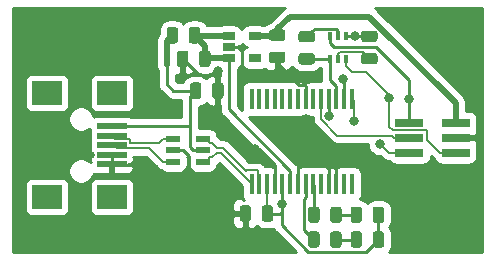
<source format=gbr>
G04 #@! TF.GenerationSoftware,KiCad,Pcbnew,(5.1.6)-1*
G04 #@! TF.CreationDate,2020-08-17T23:15:29+02:00*
G04 #@! TF.ProjectId,Programmer,50726f67-7261-46d6-9d65-722e6b696361,rev?*
G04 #@! TF.SameCoordinates,Original*
G04 #@! TF.FileFunction,Copper,L1,Top*
G04 #@! TF.FilePolarity,Positive*
%FSLAX46Y46*%
G04 Gerber Fmt 4.6, Leading zero omitted, Abs format (unit mm)*
G04 Created by KiCad (PCBNEW (5.1.6)-1) date 2020-08-17 23:15:29*
%MOMM*%
%LPD*%
G01*
G04 APERTURE LIST*
G04 #@! TA.AperFunction,SMDPad,CuDef*
%ADD10R,1.150000X0.600000*%
G04 #@! TD*
G04 #@! TA.AperFunction,SMDPad,CuDef*
%ADD11R,2.500000X0.500000*%
G04 #@! TD*
G04 #@! TA.AperFunction,SMDPad,CuDef*
%ADD12R,2.500000X2.000000*%
G04 #@! TD*
G04 #@! TA.AperFunction,SMDPad,CuDef*
%ADD13R,0.450000X1.750000*%
G04 #@! TD*
G04 #@! TA.AperFunction,SMDPad,CuDef*
%ADD14R,1.060000X0.650000*%
G04 #@! TD*
G04 #@! TA.AperFunction,SMDPad,CuDef*
%ADD15R,0.400000X0.650000*%
G04 #@! TD*
G04 #@! TA.AperFunction,SMDPad,CuDef*
%ADD16R,2.400000X0.740000*%
G04 #@! TD*
G04 #@! TA.AperFunction,ViaPad*
%ADD17C,0.800000*%
G04 #@! TD*
G04 #@! TA.AperFunction,Conductor*
%ADD18C,0.250000*%
G04 #@! TD*
G04 #@! TA.AperFunction,Conductor*
%ADD19C,0.500000*%
G04 #@! TD*
G04 #@! TA.AperFunction,Conductor*
%ADD20C,0.127000*%
G04 #@! TD*
G04 #@! TA.AperFunction,Conductor*
%ADD21C,0.200000*%
G04 #@! TD*
G04 #@! TA.AperFunction,Conductor*
%ADD22C,0.254000*%
G04 #@! TD*
G04 APERTURE END LIST*
D10*
X121700000Y-78800000D03*
X121700000Y-79750000D03*
X121700000Y-80700000D03*
X119200000Y-80700000D03*
X119200000Y-79750000D03*
X119200000Y-78800000D03*
D11*
X114000000Y-80900000D03*
X114000000Y-80100000D03*
X114000000Y-79300000D03*
X114000000Y-78500000D03*
X114000000Y-77700000D03*
D12*
X114000000Y-83700000D03*
X114000000Y-74900000D03*
X108500000Y-83700000D03*
X108500000Y-74900000D03*
G04 #@! TA.AperFunction,SMDPad,CuDef*
G36*
G01*
X132487500Y-85656250D02*
X132487500Y-84743750D01*
G75*
G02*
X132731250Y-84500000I243750J0D01*
G01*
X133218750Y-84500000D01*
G75*
G02*
X133462500Y-84743750I0J-243750D01*
G01*
X133462500Y-85656250D01*
G75*
G02*
X133218750Y-85900000I-243750J0D01*
G01*
X132731250Y-85900000D01*
G75*
G02*
X132487500Y-85656250I0J243750D01*
G01*
G37*
G04 #@! TD.AperFunction*
G04 #@! TA.AperFunction,SMDPad,CuDef*
G36*
G01*
X130612500Y-85656250D02*
X130612500Y-84743750D01*
G75*
G02*
X130856250Y-84500000I243750J0D01*
G01*
X131343750Y-84500000D01*
G75*
G02*
X131587500Y-84743750I0J-243750D01*
G01*
X131587500Y-85656250D01*
G75*
G02*
X131343750Y-85900000I-243750J0D01*
G01*
X130856250Y-85900000D01*
G75*
G02*
X130612500Y-85656250I0J243750D01*
G01*
G37*
G04 #@! TD.AperFunction*
G04 #@! TA.AperFunction,SMDPad,CuDef*
G36*
G01*
X136087500Y-85656250D02*
X136087500Y-84743750D01*
G75*
G02*
X136331250Y-84500000I243750J0D01*
G01*
X136818750Y-84500000D01*
G75*
G02*
X137062500Y-84743750I0J-243750D01*
G01*
X137062500Y-85656250D01*
G75*
G02*
X136818750Y-85900000I-243750J0D01*
G01*
X136331250Y-85900000D01*
G75*
G02*
X136087500Y-85656250I0J243750D01*
G01*
G37*
G04 #@! TD.AperFunction*
G04 #@! TA.AperFunction,SMDPad,CuDef*
G36*
G01*
X134212500Y-85656250D02*
X134212500Y-84743750D01*
G75*
G02*
X134456250Y-84500000I243750J0D01*
G01*
X134943750Y-84500000D01*
G75*
G02*
X135187500Y-84743750I0J-243750D01*
G01*
X135187500Y-85656250D01*
G75*
G02*
X134943750Y-85900000I-243750J0D01*
G01*
X134456250Y-85900000D01*
G75*
G02*
X134212500Y-85656250I0J243750D01*
G01*
G37*
G04 #@! TD.AperFunction*
G04 #@! TA.AperFunction,SMDPad,CuDef*
G36*
G01*
X136087500Y-87756250D02*
X136087500Y-86843750D01*
G75*
G02*
X136331250Y-86600000I243750J0D01*
G01*
X136818750Y-86600000D01*
G75*
G02*
X137062500Y-86843750I0J-243750D01*
G01*
X137062500Y-87756250D01*
G75*
G02*
X136818750Y-88000000I-243750J0D01*
G01*
X136331250Y-88000000D01*
G75*
G02*
X136087500Y-87756250I0J243750D01*
G01*
G37*
G04 #@! TD.AperFunction*
G04 #@! TA.AperFunction,SMDPad,CuDef*
G36*
G01*
X134212500Y-87756250D02*
X134212500Y-86843750D01*
G75*
G02*
X134456250Y-86600000I243750J0D01*
G01*
X134943750Y-86600000D01*
G75*
G02*
X135187500Y-86843750I0J-243750D01*
G01*
X135187500Y-87756250D01*
G75*
G02*
X134943750Y-88000000I-243750J0D01*
G01*
X134456250Y-88000000D01*
G75*
G02*
X134212500Y-87756250I0J243750D01*
G01*
G37*
G04 #@! TD.AperFunction*
G04 #@! TA.AperFunction,SMDPad,CuDef*
G36*
G01*
X132487500Y-87756250D02*
X132487500Y-86843750D01*
G75*
G02*
X132731250Y-86600000I243750J0D01*
G01*
X133218750Y-86600000D01*
G75*
G02*
X133462500Y-86843750I0J-243750D01*
G01*
X133462500Y-87756250D01*
G75*
G02*
X133218750Y-88000000I-243750J0D01*
G01*
X132731250Y-88000000D01*
G75*
G02*
X132487500Y-87756250I0J243750D01*
G01*
G37*
G04 #@! TD.AperFunction*
G04 #@! TA.AperFunction,SMDPad,CuDef*
G36*
G01*
X130612500Y-87756250D02*
X130612500Y-86843750D01*
G75*
G02*
X130856250Y-86600000I243750J0D01*
G01*
X131343750Y-86600000D01*
G75*
G02*
X131587500Y-86843750I0J-243750D01*
G01*
X131587500Y-87756250D01*
G75*
G02*
X131343750Y-88000000I-243750J0D01*
G01*
X130856250Y-88000000D01*
G75*
G02*
X130612500Y-87756250I0J243750D01*
G01*
G37*
G04 #@! TD.AperFunction*
D13*
X134300000Y-82600000D03*
X133650000Y-82600000D03*
X133000000Y-82600000D03*
X132350000Y-82600000D03*
X131700000Y-82600000D03*
X131050000Y-82600000D03*
X130400000Y-82600000D03*
X129750000Y-82600000D03*
X129100000Y-82600000D03*
X128450000Y-82600000D03*
X127800000Y-82600000D03*
X127150000Y-82600000D03*
X126500000Y-82600000D03*
X125850000Y-82600000D03*
X125850000Y-75400000D03*
X126500000Y-75400000D03*
X127150000Y-75400000D03*
X127800000Y-75400000D03*
X128450000Y-75400000D03*
X129100000Y-75400000D03*
X129750000Y-75400000D03*
X130400000Y-75400000D03*
X131050000Y-75400000D03*
X131700000Y-75400000D03*
X132350000Y-75400000D03*
X133000000Y-75400000D03*
X133650000Y-75400000D03*
X134300000Y-75400000D03*
D14*
X126100000Y-70050000D03*
X126100000Y-71950000D03*
X123900000Y-71950000D03*
X123900000Y-71000000D03*
X123900000Y-70050000D03*
G04 #@! TA.AperFunction,SMDPad,CuDef*
G36*
G01*
X130043750Y-71512500D02*
X130956250Y-71512500D01*
G75*
G02*
X131200000Y-71756250I0J-243750D01*
G01*
X131200000Y-72243750D01*
G75*
G02*
X130956250Y-72487500I-243750J0D01*
G01*
X130043750Y-72487500D01*
G75*
G02*
X129800000Y-72243750I0J243750D01*
G01*
X129800000Y-71756250D01*
G75*
G02*
X130043750Y-71512500I243750J0D01*
G01*
G37*
G04 #@! TD.AperFunction*
G04 #@! TA.AperFunction,SMDPad,CuDef*
G36*
G01*
X130043750Y-69637500D02*
X130956250Y-69637500D01*
G75*
G02*
X131200000Y-69881250I0J-243750D01*
G01*
X131200000Y-70368750D01*
G75*
G02*
X130956250Y-70612500I-243750J0D01*
G01*
X130043750Y-70612500D01*
G75*
G02*
X129800000Y-70368750I0J243750D01*
G01*
X129800000Y-69881250D01*
G75*
G02*
X130043750Y-69637500I243750J0D01*
G01*
G37*
G04 #@! TD.AperFunction*
G04 #@! TA.AperFunction,SMDPad,CuDef*
G36*
G01*
X136256250Y-70587500D02*
X135343750Y-70587500D01*
G75*
G02*
X135100000Y-70343750I0J243750D01*
G01*
X135100000Y-69856250D01*
G75*
G02*
X135343750Y-69612500I243750J0D01*
G01*
X136256250Y-69612500D01*
G75*
G02*
X136500000Y-69856250I0J-243750D01*
G01*
X136500000Y-70343750D01*
G75*
G02*
X136256250Y-70587500I-243750J0D01*
G01*
G37*
G04 #@! TD.AperFunction*
G04 #@! TA.AperFunction,SMDPad,CuDef*
G36*
G01*
X136256250Y-72462500D02*
X135343750Y-72462500D01*
G75*
G02*
X135100000Y-72218750I0J243750D01*
G01*
X135100000Y-71731250D01*
G75*
G02*
X135343750Y-71487500I243750J0D01*
G01*
X136256250Y-71487500D01*
G75*
G02*
X136500000Y-71731250I0J-243750D01*
G01*
X136500000Y-72218750D01*
G75*
G02*
X136256250Y-72462500I-243750J0D01*
G01*
G37*
G04 #@! TD.AperFunction*
D15*
X132500000Y-70100000D03*
X133800000Y-70100000D03*
X133150000Y-72000000D03*
X133150000Y-70100000D03*
X133800000Y-72000000D03*
X132500000Y-72000000D03*
D16*
X143100000Y-79940000D03*
X139200000Y-79940000D03*
X143100000Y-78670000D03*
X139200000Y-78670000D03*
X143100000Y-77400000D03*
X139200000Y-77400000D03*
G04 #@! TA.AperFunction,SMDPad,CuDef*
G36*
G01*
X119612500Y-69543750D02*
X119612500Y-70456250D01*
G75*
G02*
X119368750Y-70700000I-243750J0D01*
G01*
X118881250Y-70700000D01*
G75*
G02*
X118637500Y-70456250I0J243750D01*
G01*
X118637500Y-69543750D01*
G75*
G02*
X118881250Y-69300000I243750J0D01*
G01*
X119368750Y-69300000D01*
G75*
G02*
X119612500Y-69543750I0J-243750D01*
G01*
G37*
G04 #@! TD.AperFunction*
G04 #@! TA.AperFunction,SMDPad,CuDef*
G36*
G01*
X121487500Y-69543750D02*
X121487500Y-70456250D01*
G75*
G02*
X121243750Y-70700000I-243750J0D01*
G01*
X120756250Y-70700000D01*
G75*
G02*
X120512500Y-70456250I0J243750D01*
G01*
X120512500Y-69543750D01*
G75*
G02*
X120756250Y-69300000I243750J0D01*
G01*
X121243750Y-69300000D01*
G75*
G02*
X121487500Y-69543750I0J-243750D01*
G01*
G37*
G04 #@! TD.AperFunction*
G04 #@! TA.AperFunction,SMDPad,CuDef*
G36*
G01*
X125787500Y-84643750D02*
X125787500Y-85556250D01*
G75*
G02*
X125543750Y-85800000I-243750J0D01*
G01*
X125056250Y-85800000D01*
G75*
G02*
X124812500Y-85556250I0J243750D01*
G01*
X124812500Y-84643750D01*
G75*
G02*
X125056250Y-84400000I243750J0D01*
G01*
X125543750Y-84400000D01*
G75*
G02*
X125787500Y-84643750I0J-243750D01*
G01*
G37*
G04 #@! TD.AperFunction*
G04 #@! TA.AperFunction,SMDPad,CuDef*
G36*
G01*
X127662500Y-84643750D02*
X127662500Y-85556250D01*
G75*
G02*
X127418750Y-85800000I-243750J0D01*
G01*
X126931250Y-85800000D01*
G75*
G02*
X126687500Y-85556250I0J243750D01*
G01*
X126687500Y-84643750D01*
G75*
G02*
X126931250Y-84400000I243750J0D01*
G01*
X127418750Y-84400000D01*
G75*
G02*
X127662500Y-84643750I0J-243750D01*
G01*
G37*
G04 #@! TD.AperFunction*
G04 #@! TA.AperFunction,SMDPad,CuDef*
G36*
G01*
X127543750Y-71387500D02*
X128456250Y-71387500D01*
G75*
G02*
X128700000Y-71631250I0J-243750D01*
G01*
X128700000Y-72118750D01*
G75*
G02*
X128456250Y-72362500I-243750J0D01*
G01*
X127543750Y-72362500D01*
G75*
G02*
X127300000Y-72118750I0J243750D01*
G01*
X127300000Y-71631250D01*
G75*
G02*
X127543750Y-71387500I243750J0D01*
G01*
G37*
G04 #@! TD.AperFunction*
G04 #@! TA.AperFunction,SMDPad,CuDef*
G36*
G01*
X127543750Y-69512500D02*
X128456250Y-69512500D01*
G75*
G02*
X128700000Y-69756250I0J-243750D01*
G01*
X128700000Y-70243750D01*
G75*
G02*
X128456250Y-70487500I-243750J0D01*
G01*
X127543750Y-70487500D01*
G75*
G02*
X127300000Y-70243750I0J243750D01*
G01*
X127300000Y-69756250D01*
G75*
G02*
X127543750Y-69512500I243750J0D01*
G01*
G37*
G04 #@! TD.AperFunction*
G04 #@! TA.AperFunction,SMDPad,CuDef*
G36*
G01*
X120487500Y-71543750D02*
X120487500Y-72456250D01*
G75*
G02*
X120243750Y-72700000I-243750J0D01*
G01*
X119756250Y-72700000D01*
G75*
G02*
X119512500Y-72456250I0J243750D01*
G01*
X119512500Y-71543750D01*
G75*
G02*
X119756250Y-71300000I243750J0D01*
G01*
X120243750Y-71300000D01*
G75*
G02*
X120487500Y-71543750I0J-243750D01*
G01*
G37*
G04 #@! TD.AperFunction*
G04 #@! TA.AperFunction,SMDPad,CuDef*
G36*
G01*
X122362500Y-71543750D02*
X122362500Y-72456250D01*
G75*
G02*
X122118750Y-72700000I-243750J0D01*
G01*
X121631250Y-72700000D01*
G75*
G02*
X121387500Y-72456250I0J243750D01*
G01*
X121387500Y-71543750D01*
G75*
G02*
X121631250Y-71300000I243750J0D01*
G01*
X122118750Y-71300000D01*
G75*
G02*
X122362500Y-71543750I0J-243750D01*
G01*
G37*
G04 #@! TD.AperFunction*
G04 #@! TA.AperFunction,SMDPad,CuDef*
G36*
G01*
X122487500Y-75156250D02*
X122487500Y-74243750D01*
G75*
G02*
X122731250Y-74000000I243750J0D01*
G01*
X123218750Y-74000000D01*
G75*
G02*
X123462500Y-74243750I0J-243750D01*
G01*
X123462500Y-75156250D01*
G75*
G02*
X123218750Y-75400000I-243750J0D01*
G01*
X122731250Y-75400000D01*
G75*
G02*
X122487500Y-75156250I0J243750D01*
G01*
G37*
G04 #@! TD.AperFunction*
G04 #@! TA.AperFunction,SMDPad,CuDef*
G36*
G01*
X120612500Y-75156250D02*
X120612500Y-74243750D01*
G75*
G02*
X120856250Y-74000000I243750J0D01*
G01*
X121343750Y-74000000D01*
G75*
G02*
X121587500Y-74243750I0J-243750D01*
G01*
X121587500Y-75156250D01*
G75*
G02*
X121343750Y-75400000I-243750J0D01*
G01*
X120856250Y-75400000D01*
G75*
G02*
X120612500Y-75156250I0J243750D01*
G01*
G37*
G04 #@! TD.AperFunction*
D17*
X143900000Y-70300000D03*
X112000000Y-68000000D03*
X112000000Y-86000000D03*
X145000000Y-86000000D03*
X123000000Y-73000000D03*
X125000000Y-73000000D03*
X126111000Y-79629000D03*
X137500000Y-75300000D03*
X136700000Y-79200000D03*
X134500000Y-77300000D03*
X139200000Y-75400000D03*
X133600000Y-73700000D03*
X134600000Y-70100000D03*
X132368416Y-76830084D03*
X128397000Y-84328000D03*
D18*
X129837499Y-74199999D02*
X128000000Y-72362500D01*
X130324999Y-74199999D02*
X129837499Y-74199999D01*
X128000000Y-72362500D02*
X128000000Y-71875000D01*
X130400000Y-74275000D02*
X130324999Y-74199999D01*
X130400000Y-75400000D02*
X130400000Y-74275000D01*
X125000000Y-72434315D02*
X125000000Y-73000000D01*
X125000000Y-71320000D02*
X125000000Y-72434315D01*
X124680000Y-71000000D02*
X125000000Y-71320000D01*
X123900000Y-71000000D02*
X124680000Y-71000000D01*
X122600001Y-73399999D02*
X123000000Y-73000000D01*
X121399999Y-73399999D02*
X122600001Y-73399999D01*
X120000000Y-72000000D02*
X121399999Y-73399999D01*
X126483081Y-79629000D02*
X126111000Y-79629000D01*
X127800000Y-82600000D02*
X127800000Y-80945919D01*
X127800000Y-80945919D02*
X126483081Y-79629000D01*
X129750000Y-82600000D02*
X129750000Y-80250000D01*
X132350000Y-82600000D02*
X132350000Y-81350000D01*
X132350000Y-81350000D02*
X132000000Y-81000000D01*
X133000000Y-82600000D02*
X133000000Y-81000000D01*
X114000000Y-80100000D02*
X114000000Y-80900000D01*
X120025000Y-79750000D02*
X120500000Y-80225000D01*
X119200000Y-79750000D02*
X120025000Y-79750000D01*
X120500000Y-80225000D02*
X120500000Y-81800000D01*
D19*
X118639473Y-70485527D02*
X119125000Y-70000000D01*
X118639473Y-72514473D02*
X118639473Y-70485527D01*
D18*
X120612500Y-74700000D02*
X121100000Y-74700000D01*
X118639473Y-72514473D02*
X118639473Y-74139473D01*
X118639473Y-74139473D02*
X119200000Y-74700000D01*
X119200000Y-74700000D02*
X120612500Y-74700000D01*
X120614473Y-75185527D02*
X121100000Y-74700000D01*
X121700000Y-79750000D02*
X120875000Y-79750000D01*
X120875000Y-79750000D02*
X120614473Y-79489473D01*
X120500000Y-77700000D02*
X120600000Y-77800000D01*
X114000000Y-77700000D02*
X120500000Y-77700000D01*
X120614473Y-79489473D02*
X120600000Y-77800000D01*
X120600000Y-77800000D02*
X120614473Y-75185527D01*
D19*
X121875000Y-70875000D02*
X121000000Y-70000000D01*
X121875000Y-72000000D02*
X121875000Y-70875000D01*
X121050000Y-70050000D02*
X121000000Y-70000000D01*
X123900000Y-70050000D02*
X121050000Y-70050000D01*
X121925000Y-71950000D02*
X121875000Y-72000000D01*
X123900000Y-71950000D02*
X121925000Y-71950000D01*
D18*
X123900000Y-76275000D02*
X123900000Y-72525000D01*
X129100000Y-81475000D02*
X123900000Y-76275000D01*
X123900000Y-72525000D02*
X123900000Y-71950000D01*
X129100000Y-82600000D02*
X129100000Y-81475000D01*
D19*
X127950000Y-70050000D02*
X128000000Y-70000000D01*
X126100000Y-70050000D02*
X127950000Y-70050000D01*
X143100000Y-75718874D02*
X143100000Y-76530000D01*
X129087519Y-68424981D02*
X135806107Y-68424981D01*
X128000000Y-69512500D02*
X129087519Y-68424981D01*
X143100000Y-76530000D02*
X143100000Y-77400000D01*
X135806107Y-68424981D02*
X143100000Y-75718874D01*
X128000000Y-70000000D02*
X128000000Y-69512500D01*
D20*
X137789199Y-78033501D02*
X137500000Y-77744302D01*
X140663501Y-78830501D02*
X140663501Y-78089199D01*
X143100000Y-79940000D02*
X141773000Y-79940000D01*
X141773000Y-79940000D02*
X140663501Y-78830501D01*
X140607803Y-78033501D02*
X137789199Y-78033501D01*
X140663501Y-78089199D02*
X140607803Y-78033501D01*
X137500000Y-75100000D02*
X135500000Y-73100000D01*
X135500000Y-73100000D02*
X134300000Y-73100000D01*
X133800000Y-72600000D02*
X133800000Y-72000000D01*
X134300000Y-73100000D02*
X133800000Y-72600000D01*
X137500000Y-75300000D02*
X137500000Y-75100000D01*
X137500000Y-77744302D02*
X137500000Y-75300000D01*
X139200000Y-79940000D02*
X137440000Y-79940000D01*
X137440000Y-79940000D02*
X136700000Y-79200000D01*
X134500000Y-75600000D02*
X134300000Y-75400000D01*
X134500000Y-77300000D02*
X134500000Y-75600000D01*
X137873000Y-78670000D02*
X137703000Y-78500000D01*
X139200000Y-78670000D02*
X137873000Y-78670000D01*
X137703000Y-78500000D02*
X133100000Y-78500000D01*
X131700000Y-77100000D02*
X131700000Y-75400000D01*
X133100000Y-78500000D02*
X131700000Y-77100000D01*
D18*
X132500000Y-70675000D02*
X132825000Y-71000000D01*
X132500000Y-70100000D02*
X132500000Y-70675000D01*
X132825000Y-71000000D02*
X136400000Y-71000000D01*
X136400000Y-71000000D02*
X139200000Y-73800000D01*
X139200000Y-73800000D02*
X139200000Y-75400000D01*
X139200000Y-75400000D02*
X139200000Y-77400000D01*
X133650000Y-75400000D02*
X133650000Y-73750000D01*
X133650000Y-73750000D02*
X133600000Y-73700000D01*
X135800000Y-70100000D02*
X134600000Y-70100000D01*
X134600000Y-70100000D02*
X133800000Y-70100000D01*
D20*
X133150000Y-71548000D02*
X133150000Y-72000000D01*
X133286501Y-71411499D02*
X133150000Y-71548000D01*
X135236499Y-71411499D02*
X133286501Y-71411499D01*
X135800000Y-71975000D02*
X135236499Y-71411499D01*
D18*
X132960001Y-69449999D02*
X131175001Y-69449999D01*
X133150000Y-69639998D02*
X132960001Y-69449999D01*
X130985527Y-69639473D02*
X130500000Y-70125000D01*
X131175001Y-69449999D02*
X130985527Y-69639473D01*
X133150000Y-70100000D02*
X133150000Y-69639998D01*
X132500000Y-72000000D02*
X130500000Y-72000000D01*
X132500000Y-73775000D02*
X132500000Y-72575000D01*
X133000000Y-74275000D02*
X132500000Y-73775000D01*
X132500000Y-72575000D02*
X132500000Y-72000000D01*
X133000000Y-75400000D02*
X133000000Y-74275000D01*
D21*
X122890002Y-79975000D02*
X123238603Y-79975000D01*
X122324999Y-80350001D02*
X122515001Y-80350001D01*
X122515001Y-80350001D02*
X122890002Y-79975000D01*
X121700000Y-80700000D02*
X121975000Y-80700000D01*
X121975000Y-80700000D02*
X122324999Y-80350001D01*
X123238603Y-79975000D02*
X125850000Y-82586397D01*
X125850000Y-82586397D02*
X125850000Y-82600000D01*
X126375001Y-82475001D02*
X126500000Y-82600000D01*
X126375001Y-81484999D02*
X126375001Y-82475001D01*
X126315001Y-81424999D02*
X126375001Y-81484999D01*
X125384999Y-81424999D02*
X126315001Y-81424999D01*
X125354999Y-81454999D02*
X125384999Y-81424999D01*
X123425000Y-79525000D02*
X125354999Y-81454999D01*
X122890002Y-79525000D02*
X123425000Y-79525000D01*
X121700000Y-78800000D02*
X121975000Y-78800000D01*
X122515001Y-79149999D02*
X122890002Y-79525000D01*
X122324999Y-79149999D02*
X122515001Y-79149999D01*
X121975000Y-78800000D02*
X122324999Y-79149999D01*
X118337499Y-78800000D02*
X119200000Y-78800000D01*
X114249999Y-78749999D02*
X115490001Y-78749999D01*
X115550001Y-79100008D02*
X118037491Y-79100008D01*
X114000000Y-78500000D02*
X114249999Y-78749999D01*
X115490001Y-78749999D02*
X115550001Y-78809999D01*
X115550001Y-78809999D02*
X115550001Y-79100008D01*
X118037491Y-79100008D02*
X118337499Y-78800000D01*
X117187498Y-79549999D02*
X118337499Y-80700000D01*
X118337499Y-80700000D02*
X119200000Y-80700000D01*
X114413602Y-79549999D02*
X117187498Y-79549999D01*
X114000000Y-79300000D02*
X114163603Y-79300000D01*
X114163603Y-79300000D02*
X114413602Y-79549999D01*
D18*
X136575000Y-87300000D02*
X136575000Y-85200000D01*
D20*
X127150000Y-85075000D02*
X127175000Y-85100000D01*
X127150000Y-82600000D02*
X127150000Y-85075000D01*
D18*
X128450000Y-82878000D02*
X128397000Y-82931000D01*
X128450000Y-82600000D02*
X128450000Y-82878000D01*
X128260000Y-85100000D02*
X127175000Y-85100000D01*
X128397000Y-84963000D02*
X128260000Y-85100000D01*
X132350000Y-75400000D02*
X132350000Y-76811668D01*
X132350000Y-76811668D02*
X132368416Y-76830084D01*
X128397000Y-82931000D02*
X128397000Y-84328000D01*
X128397000Y-84328000D02*
X128397000Y-84963000D01*
X128397000Y-84893685D02*
X128397000Y-84328000D01*
X128397000Y-86101350D02*
X128397000Y-84893685D01*
X135549990Y-88325010D02*
X130620660Y-88325010D01*
X130620660Y-88325010D02*
X128397000Y-86101350D01*
X136575000Y-87300000D02*
X135549990Y-88325010D01*
X134700000Y-87300000D02*
X132975000Y-87300000D01*
X130614473Y-86814473D02*
X131100000Y-87300000D01*
X130287490Y-86487490D02*
X130614473Y-86814473D01*
X130400000Y-83725000D02*
X130287490Y-83837510D01*
X130287490Y-83837510D02*
X130287490Y-86487490D01*
X130400000Y-82600000D02*
X130400000Y-83725000D01*
X134700000Y-85200000D02*
X132975000Y-85200000D01*
X131100000Y-82650000D02*
X131050000Y-82600000D01*
X131100000Y-85200000D02*
X131100000Y-82650000D01*
D22*
G36*
X145340001Y-86967572D02*
G01*
X145340000Y-86967582D01*
X145340001Y-88340000D01*
X137474949Y-88340000D01*
X137551958Y-88246164D01*
X137633447Y-88093709D01*
X137683628Y-87928285D01*
X137700572Y-87756250D01*
X137700572Y-86843750D01*
X137683628Y-86671715D01*
X137633447Y-86506291D01*
X137551958Y-86353836D01*
X137466742Y-86250000D01*
X137551958Y-86146164D01*
X137633447Y-85993709D01*
X137683628Y-85828285D01*
X137700572Y-85656250D01*
X137700572Y-84743750D01*
X137683628Y-84571715D01*
X137633447Y-84406291D01*
X137551958Y-84253836D01*
X137442292Y-84120208D01*
X137308664Y-84010542D01*
X137156209Y-83929053D01*
X136990785Y-83878872D01*
X136818750Y-83861928D01*
X136331250Y-83861928D01*
X136159215Y-83878872D01*
X135993791Y-83929053D01*
X135841336Y-84010542D01*
X135707708Y-84120208D01*
X135637500Y-84205756D01*
X135567292Y-84120208D01*
X135433664Y-84010542D01*
X135281209Y-83929053D01*
X135115785Y-83878872D01*
X135022550Y-83869689D01*
X135055537Y-83829494D01*
X135114502Y-83719180D01*
X135150812Y-83599482D01*
X135163072Y-83475000D01*
X135163072Y-81725000D01*
X135150812Y-81600518D01*
X135114502Y-81480820D01*
X135055537Y-81370506D01*
X134976185Y-81273815D01*
X134879494Y-81194463D01*
X134769180Y-81135498D01*
X134649482Y-81099188D01*
X134525000Y-81086928D01*
X134075000Y-81086928D01*
X133975000Y-81096777D01*
X133875000Y-81086928D01*
X133425000Y-81086928D01*
X133322162Y-81097056D01*
X133256750Y-81090000D01*
X133224503Y-81122247D01*
X133180820Y-81135498D01*
X133070506Y-81194463D01*
X132999744Y-81252536D01*
X132936524Y-81199228D01*
X132827005Y-81138801D01*
X132775757Y-81122507D01*
X132743250Y-81090000D01*
X132675000Y-81097363D01*
X132606750Y-81090000D01*
X132574243Y-81122507D01*
X132522995Y-81138801D01*
X132413476Y-81199228D01*
X132350256Y-81252536D01*
X132279494Y-81194463D01*
X132169180Y-81135498D01*
X132125497Y-81122247D01*
X132093250Y-81090000D01*
X132027838Y-81097056D01*
X131925000Y-81086928D01*
X131475000Y-81086928D01*
X131375000Y-81096777D01*
X131275000Y-81086928D01*
X130825000Y-81086928D01*
X130725000Y-81096777D01*
X130625000Y-81086928D01*
X130175000Y-81086928D01*
X130072162Y-81097056D01*
X130006750Y-81090000D01*
X129974503Y-81122247D01*
X129930820Y-81135498D01*
X129877002Y-81164265D01*
X129877002Y-81090000D01*
X129755968Y-81090000D01*
X129734974Y-81050724D01*
X129663799Y-80963997D01*
X129640001Y-80934999D01*
X129611003Y-80911201D01*
X125611548Y-76911747D01*
X125625000Y-76913072D01*
X126075000Y-76913072D01*
X126175000Y-76903223D01*
X126275000Y-76913072D01*
X126725000Y-76913072D01*
X126825000Y-76903223D01*
X126925000Y-76913072D01*
X127375000Y-76913072D01*
X127475000Y-76903223D01*
X127575000Y-76913072D01*
X128025000Y-76913072D01*
X128125000Y-76903223D01*
X128225000Y-76913072D01*
X128675000Y-76913072D01*
X128775000Y-76903223D01*
X128875000Y-76913072D01*
X129325000Y-76913072D01*
X129425000Y-76903223D01*
X129525000Y-76913072D01*
X129975000Y-76913072D01*
X130077838Y-76902944D01*
X130143250Y-76910000D01*
X130175497Y-76877753D01*
X130219180Y-76864502D01*
X130329494Y-76805537D01*
X130400000Y-76747674D01*
X130470506Y-76805537D01*
X130580820Y-76864502D01*
X130624503Y-76877753D01*
X130656750Y-76910000D01*
X130722162Y-76902944D01*
X130825000Y-76913072D01*
X131001500Y-76913072D01*
X131001500Y-77065701D01*
X130998122Y-77100000D01*
X131001500Y-77134298D01*
X131001500Y-77134308D01*
X131011607Y-77236929D01*
X131051548Y-77368596D01*
X131051549Y-77368598D01*
X131116409Y-77489943D01*
X131181826Y-77569653D01*
X131181829Y-77569656D01*
X131203697Y-77596302D01*
X131230344Y-77618171D01*
X132581829Y-78969657D01*
X132603697Y-78996303D01*
X132630343Y-79018171D01*
X132630346Y-79018174D01*
X132710056Y-79083591D01*
X132808318Y-79136113D01*
X132831403Y-79148452D01*
X132963070Y-79188393D01*
X133065691Y-79198500D01*
X133065702Y-79198500D01*
X133100000Y-79201878D01*
X133134298Y-79198500D01*
X135665000Y-79198500D01*
X135665000Y-79301939D01*
X135704774Y-79501898D01*
X135782795Y-79690256D01*
X135896063Y-79859774D01*
X136040226Y-80003937D01*
X136209744Y-80117205D01*
X136398102Y-80195226D01*
X136598061Y-80235000D01*
X136747172Y-80235000D01*
X136921829Y-80409657D01*
X136943697Y-80436303D01*
X136970343Y-80458171D01*
X136970346Y-80458174D01*
X137050056Y-80523591D01*
X137156595Y-80580537D01*
X137171403Y-80588452D01*
X137303070Y-80628393D01*
X137405691Y-80638500D01*
X137405701Y-80638500D01*
X137439999Y-80641878D01*
X137456505Y-80640252D01*
X137469463Y-80664494D01*
X137548815Y-80761185D01*
X137645506Y-80840537D01*
X137755820Y-80899502D01*
X137875518Y-80935812D01*
X138000000Y-80948072D01*
X140400000Y-80948072D01*
X140524482Y-80935812D01*
X140644180Y-80899502D01*
X140754494Y-80840537D01*
X140851185Y-80761185D01*
X140930537Y-80664494D01*
X140989502Y-80554180D01*
X141025812Y-80434482D01*
X141038072Y-80310000D01*
X141038072Y-80192900D01*
X141254829Y-80409657D01*
X141274050Y-80433077D01*
X141274188Y-80434482D01*
X141310498Y-80554180D01*
X141369463Y-80664494D01*
X141448815Y-80761185D01*
X141545506Y-80840537D01*
X141655820Y-80899502D01*
X141775518Y-80935812D01*
X141900000Y-80948072D01*
X144300000Y-80948072D01*
X144424482Y-80935812D01*
X144544180Y-80899502D01*
X144654494Y-80840537D01*
X144751185Y-80761185D01*
X144830537Y-80664494D01*
X144889502Y-80554180D01*
X144925812Y-80434482D01*
X144938072Y-80310000D01*
X144938072Y-79570000D01*
X144925812Y-79445518D01*
X144889502Y-79325820D01*
X144878373Y-79305000D01*
X144889502Y-79284180D01*
X144925812Y-79164482D01*
X144938072Y-79040000D01*
X144935000Y-78955750D01*
X144776250Y-78797000D01*
X143227000Y-78797000D01*
X143227000Y-78817000D01*
X142973000Y-78817000D01*
X142973000Y-78797000D01*
X142953000Y-78797000D01*
X142953000Y-78543000D01*
X142973000Y-78543000D01*
X142973000Y-78523000D01*
X143227000Y-78523000D01*
X143227000Y-78543000D01*
X144776250Y-78543000D01*
X144935000Y-78384250D01*
X144938072Y-78300000D01*
X144925812Y-78175518D01*
X144889502Y-78055820D01*
X144878373Y-78035000D01*
X144889502Y-78014180D01*
X144925812Y-77894482D01*
X144938072Y-77770000D01*
X144938072Y-77030000D01*
X144925812Y-76905518D01*
X144889502Y-76785820D01*
X144830537Y-76675506D01*
X144751185Y-76578815D01*
X144654494Y-76499463D01*
X144544180Y-76440498D01*
X144424482Y-76404188D01*
X144300000Y-76391928D01*
X143985000Y-76391928D01*
X143985000Y-75762339D01*
X143989281Y-75718873D01*
X143985000Y-75675407D01*
X143985000Y-75675397D01*
X143972195Y-75545384D01*
X143921589Y-75378561D01*
X143839411Y-75224815D01*
X143779983Y-75152402D01*
X143756532Y-75123827D01*
X143756530Y-75123825D01*
X143728817Y-75090057D01*
X143695051Y-75062346D01*
X136462641Y-67829937D01*
X136434924Y-67796164D01*
X136300166Y-67685570D01*
X136252327Y-67660000D01*
X145340000Y-67660000D01*
X145340001Y-86967572D01*
G37*
X145340001Y-86967572D02*
X145340000Y-86967582D01*
X145340001Y-88340000D01*
X137474949Y-88340000D01*
X137551958Y-88246164D01*
X137633447Y-88093709D01*
X137683628Y-87928285D01*
X137700572Y-87756250D01*
X137700572Y-86843750D01*
X137683628Y-86671715D01*
X137633447Y-86506291D01*
X137551958Y-86353836D01*
X137466742Y-86250000D01*
X137551958Y-86146164D01*
X137633447Y-85993709D01*
X137683628Y-85828285D01*
X137700572Y-85656250D01*
X137700572Y-84743750D01*
X137683628Y-84571715D01*
X137633447Y-84406291D01*
X137551958Y-84253836D01*
X137442292Y-84120208D01*
X137308664Y-84010542D01*
X137156209Y-83929053D01*
X136990785Y-83878872D01*
X136818750Y-83861928D01*
X136331250Y-83861928D01*
X136159215Y-83878872D01*
X135993791Y-83929053D01*
X135841336Y-84010542D01*
X135707708Y-84120208D01*
X135637500Y-84205756D01*
X135567292Y-84120208D01*
X135433664Y-84010542D01*
X135281209Y-83929053D01*
X135115785Y-83878872D01*
X135022550Y-83869689D01*
X135055537Y-83829494D01*
X135114502Y-83719180D01*
X135150812Y-83599482D01*
X135163072Y-83475000D01*
X135163072Y-81725000D01*
X135150812Y-81600518D01*
X135114502Y-81480820D01*
X135055537Y-81370506D01*
X134976185Y-81273815D01*
X134879494Y-81194463D01*
X134769180Y-81135498D01*
X134649482Y-81099188D01*
X134525000Y-81086928D01*
X134075000Y-81086928D01*
X133975000Y-81096777D01*
X133875000Y-81086928D01*
X133425000Y-81086928D01*
X133322162Y-81097056D01*
X133256750Y-81090000D01*
X133224503Y-81122247D01*
X133180820Y-81135498D01*
X133070506Y-81194463D01*
X132999744Y-81252536D01*
X132936524Y-81199228D01*
X132827005Y-81138801D01*
X132775757Y-81122507D01*
X132743250Y-81090000D01*
X132675000Y-81097363D01*
X132606750Y-81090000D01*
X132574243Y-81122507D01*
X132522995Y-81138801D01*
X132413476Y-81199228D01*
X132350256Y-81252536D01*
X132279494Y-81194463D01*
X132169180Y-81135498D01*
X132125497Y-81122247D01*
X132093250Y-81090000D01*
X132027838Y-81097056D01*
X131925000Y-81086928D01*
X131475000Y-81086928D01*
X131375000Y-81096777D01*
X131275000Y-81086928D01*
X130825000Y-81086928D01*
X130725000Y-81096777D01*
X130625000Y-81086928D01*
X130175000Y-81086928D01*
X130072162Y-81097056D01*
X130006750Y-81090000D01*
X129974503Y-81122247D01*
X129930820Y-81135498D01*
X129877002Y-81164265D01*
X129877002Y-81090000D01*
X129755968Y-81090000D01*
X129734974Y-81050724D01*
X129663799Y-80963997D01*
X129640001Y-80934999D01*
X129611003Y-80911201D01*
X125611548Y-76911747D01*
X125625000Y-76913072D01*
X126075000Y-76913072D01*
X126175000Y-76903223D01*
X126275000Y-76913072D01*
X126725000Y-76913072D01*
X126825000Y-76903223D01*
X126925000Y-76913072D01*
X127375000Y-76913072D01*
X127475000Y-76903223D01*
X127575000Y-76913072D01*
X128025000Y-76913072D01*
X128125000Y-76903223D01*
X128225000Y-76913072D01*
X128675000Y-76913072D01*
X128775000Y-76903223D01*
X128875000Y-76913072D01*
X129325000Y-76913072D01*
X129425000Y-76903223D01*
X129525000Y-76913072D01*
X129975000Y-76913072D01*
X130077838Y-76902944D01*
X130143250Y-76910000D01*
X130175497Y-76877753D01*
X130219180Y-76864502D01*
X130329494Y-76805537D01*
X130400000Y-76747674D01*
X130470506Y-76805537D01*
X130580820Y-76864502D01*
X130624503Y-76877753D01*
X130656750Y-76910000D01*
X130722162Y-76902944D01*
X130825000Y-76913072D01*
X131001500Y-76913072D01*
X131001500Y-77065701D01*
X130998122Y-77100000D01*
X131001500Y-77134298D01*
X131001500Y-77134308D01*
X131011607Y-77236929D01*
X131051548Y-77368596D01*
X131051549Y-77368598D01*
X131116409Y-77489943D01*
X131181826Y-77569653D01*
X131181829Y-77569656D01*
X131203697Y-77596302D01*
X131230344Y-77618171D01*
X132581829Y-78969657D01*
X132603697Y-78996303D01*
X132630343Y-79018171D01*
X132630346Y-79018174D01*
X132710056Y-79083591D01*
X132808318Y-79136113D01*
X132831403Y-79148452D01*
X132963070Y-79188393D01*
X133065691Y-79198500D01*
X133065702Y-79198500D01*
X133100000Y-79201878D01*
X133134298Y-79198500D01*
X135665000Y-79198500D01*
X135665000Y-79301939D01*
X135704774Y-79501898D01*
X135782795Y-79690256D01*
X135896063Y-79859774D01*
X136040226Y-80003937D01*
X136209744Y-80117205D01*
X136398102Y-80195226D01*
X136598061Y-80235000D01*
X136747172Y-80235000D01*
X136921829Y-80409657D01*
X136943697Y-80436303D01*
X136970343Y-80458171D01*
X136970346Y-80458174D01*
X137050056Y-80523591D01*
X137156595Y-80580537D01*
X137171403Y-80588452D01*
X137303070Y-80628393D01*
X137405691Y-80638500D01*
X137405701Y-80638500D01*
X137439999Y-80641878D01*
X137456505Y-80640252D01*
X137469463Y-80664494D01*
X137548815Y-80761185D01*
X137645506Y-80840537D01*
X137755820Y-80899502D01*
X137875518Y-80935812D01*
X138000000Y-80948072D01*
X140400000Y-80948072D01*
X140524482Y-80935812D01*
X140644180Y-80899502D01*
X140754494Y-80840537D01*
X140851185Y-80761185D01*
X140930537Y-80664494D01*
X140989502Y-80554180D01*
X141025812Y-80434482D01*
X141038072Y-80310000D01*
X141038072Y-80192900D01*
X141254829Y-80409657D01*
X141274050Y-80433077D01*
X141274188Y-80434482D01*
X141310498Y-80554180D01*
X141369463Y-80664494D01*
X141448815Y-80761185D01*
X141545506Y-80840537D01*
X141655820Y-80899502D01*
X141775518Y-80935812D01*
X141900000Y-80948072D01*
X144300000Y-80948072D01*
X144424482Y-80935812D01*
X144544180Y-80899502D01*
X144654494Y-80840537D01*
X144751185Y-80761185D01*
X144830537Y-80664494D01*
X144889502Y-80554180D01*
X144925812Y-80434482D01*
X144938072Y-80310000D01*
X144938072Y-79570000D01*
X144925812Y-79445518D01*
X144889502Y-79325820D01*
X144878373Y-79305000D01*
X144889502Y-79284180D01*
X144925812Y-79164482D01*
X144938072Y-79040000D01*
X144935000Y-78955750D01*
X144776250Y-78797000D01*
X143227000Y-78797000D01*
X143227000Y-78817000D01*
X142973000Y-78817000D01*
X142973000Y-78797000D01*
X142953000Y-78797000D01*
X142953000Y-78543000D01*
X142973000Y-78543000D01*
X142973000Y-78523000D01*
X143227000Y-78523000D01*
X143227000Y-78543000D01*
X144776250Y-78543000D01*
X144935000Y-78384250D01*
X144938072Y-78300000D01*
X144925812Y-78175518D01*
X144889502Y-78055820D01*
X144878373Y-78035000D01*
X144889502Y-78014180D01*
X144925812Y-77894482D01*
X144938072Y-77770000D01*
X144938072Y-77030000D01*
X144925812Y-76905518D01*
X144889502Y-76785820D01*
X144830537Y-76675506D01*
X144751185Y-76578815D01*
X144654494Y-76499463D01*
X144544180Y-76440498D01*
X144424482Y-76404188D01*
X144300000Y-76391928D01*
X143985000Y-76391928D01*
X143985000Y-75762339D01*
X143989281Y-75718873D01*
X143985000Y-75675407D01*
X143985000Y-75675397D01*
X143972195Y-75545384D01*
X143921589Y-75378561D01*
X143839411Y-75224815D01*
X143779983Y-75152402D01*
X143756532Y-75123827D01*
X143756530Y-75123825D01*
X143728817Y-75090057D01*
X143695051Y-75062346D01*
X136462641Y-67829937D01*
X136434924Y-67796164D01*
X136300166Y-67685570D01*
X136252327Y-67660000D01*
X145340000Y-67660000D01*
X145340001Y-86967572D01*
G36*
X128593460Y-67685570D02*
G01*
X128593458Y-67685571D01*
X128593459Y-67685571D01*
X128492472Y-67768449D01*
X128492470Y-67768451D01*
X128458702Y-67796164D01*
X128430989Y-67829932D01*
X127404951Y-68855971D01*
X127371184Y-68883683D01*
X127362606Y-68894135D01*
X127206291Y-68941553D01*
X127053836Y-69023042D01*
X126920208Y-69132708D01*
X126904582Y-69151748D01*
X126874180Y-69135498D01*
X126754482Y-69099188D01*
X126630000Y-69086928D01*
X125570000Y-69086928D01*
X125445518Y-69099188D01*
X125325820Y-69135498D01*
X125215506Y-69194463D01*
X125118815Y-69273815D01*
X125039463Y-69370506D01*
X125000000Y-69444335D01*
X124960537Y-69370506D01*
X124881185Y-69273815D01*
X124784494Y-69194463D01*
X124674180Y-69135498D01*
X124554482Y-69099188D01*
X124430000Y-69086928D01*
X123370000Y-69086928D01*
X123245518Y-69099188D01*
X123125820Y-69135498D01*
X123070627Y-69165000D01*
X122036376Y-69165000D01*
X121976958Y-69053836D01*
X121867292Y-68920208D01*
X121733664Y-68810542D01*
X121581209Y-68729053D01*
X121415785Y-68678872D01*
X121243750Y-68661928D01*
X120756250Y-68661928D01*
X120584215Y-68678872D01*
X120418791Y-68729053D01*
X120266336Y-68810542D01*
X120132708Y-68920208D01*
X120062500Y-69005756D01*
X119992292Y-68920208D01*
X119858664Y-68810542D01*
X119706209Y-68729053D01*
X119540785Y-68678872D01*
X119368750Y-68661928D01*
X118881250Y-68661928D01*
X118709215Y-68678872D01*
X118543791Y-68729053D01*
X118391336Y-68810542D01*
X118257708Y-68920208D01*
X118148042Y-69053836D01*
X118066553Y-69206291D01*
X118016372Y-69371715D01*
X117999428Y-69543750D01*
X117999428Y-69870392D01*
X117982944Y-69890478D01*
X117982941Y-69890481D01*
X117900063Y-69991468D01*
X117817885Y-70145214D01*
X117767278Y-70312037D01*
X117750192Y-70485527D01*
X117754474Y-70529006D01*
X117754473Y-72557949D01*
X117767278Y-72687962D01*
X117817884Y-72854785D01*
X117879473Y-72970012D01*
X117879474Y-74102141D01*
X117875797Y-74139473D01*
X117879474Y-74176806D01*
X117888161Y-74265000D01*
X117890471Y-74288458D01*
X117933927Y-74431719D01*
X118004499Y-74563749D01*
X118048370Y-74617205D01*
X118099473Y-74679474D01*
X118128471Y-74703272D01*
X118636200Y-75211002D01*
X118659999Y-75240001D01*
X118688997Y-75263799D01*
X118775723Y-75334974D01*
X118838627Y-75368597D01*
X118907753Y-75405546D01*
X119051014Y-75449003D01*
X119162667Y-75460000D01*
X119162677Y-75460000D01*
X119200000Y-75463676D01*
X119237323Y-75460000D01*
X119852943Y-75460000D01*
X119844749Y-76940000D01*
X115629518Y-76940000D01*
X115604494Y-76919463D01*
X115494180Y-76860498D01*
X115374482Y-76824188D01*
X115250000Y-76811928D01*
X112750000Y-76811928D01*
X112625518Y-76824188D01*
X112505820Y-76860498D01*
X112463153Y-76883304D01*
X112443304Y-76783517D01*
X112361515Y-76586060D01*
X112242775Y-76408353D01*
X112091647Y-76257225D01*
X111913940Y-76138485D01*
X111716483Y-76056696D01*
X111506863Y-76015000D01*
X111293137Y-76015000D01*
X111083517Y-76056696D01*
X110886060Y-76138485D01*
X110708353Y-76257225D01*
X110557225Y-76408353D01*
X110438485Y-76586060D01*
X110356696Y-76783517D01*
X110315000Y-76993137D01*
X110315000Y-77206863D01*
X110356696Y-77416483D01*
X110438485Y-77613940D01*
X110557225Y-77791647D01*
X110708353Y-77942775D01*
X110886060Y-78061515D01*
X111083517Y-78143304D01*
X111293137Y-78185000D01*
X111506863Y-78185000D01*
X111716483Y-78143304D01*
X111913940Y-78061515D01*
X112091647Y-77942775D01*
X112111928Y-77922494D01*
X112111928Y-77950000D01*
X112124188Y-78074482D01*
X112131929Y-78100000D01*
X112124188Y-78125518D01*
X112111928Y-78250000D01*
X112111928Y-78750000D01*
X112124188Y-78874482D01*
X112131929Y-78900000D01*
X112124188Y-78925518D01*
X112111928Y-79050000D01*
X112111928Y-79550000D01*
X112124188Y-79674482D01*
X112131725Y-79699329D01*
X112125481Y-79719187D01*
X112115000Y-79818250D01*
X112273750Y-79977000D01*
X112278967Y-79977000D01*
X112298815Y-80001185D01*
X112395506Y-80080537D01*
X112431654Y-80099859D01*
X112400897Y-80115900D01*
X112303407Y-80194269D01*
X112279337Y-80223000D01*
X112273750Y-80223000D01*
X112115000Y-80381750D01*
X112125481Y-80480813D01*
X112131514Y-80500000D01*
X112125481Y-80519187D01*
X112115000Y-80618250D01*
X112269748Y-80772998D01*
X112207420Y-80772998D01*
X112091647Y-80657225D01*
X111913940Y-80538485D01*
X111716483Y-80456696D01*
X111506863Y-80415000D01*
X111293137Y-80415000D01*
X111083517Y-80456696D01*
X110886060Y-80538485D01*
X110708353Y-80657225D01*
X110557225Y-80808353D01*
X110438485Y-80986060D01*
X110356696Y-81183517D01*
X110315000Y-81393137D01*
X110315000Y-81606863D01*
X110356696Y-81816483D01*
X110438485Y-82013940D01*
X110557225Y-82191647D01*
X110708353Y-82342775D01*
X110886060Y-82461515D01*
X111083517Y-82543304D01*
X111293137Y-82585000D01*
X111506863Y-82585000D01*
X111716483Y-82543304D01*
X111913940Y-82461515D01*
X112091647Y-82342775D01*
X112242775Y-82191647D01*
X112361515Y-82013940D01*
X112443304Y-81816483D01*
X112463176Y-81716582D01*
X112511803Y-81741944D01*
X112631862Y-81777040D01*
X112756462Y-81788039D01*
X113714250Y-81785000D01*
X113873000Y-81626250D01*
X113873000Y-81023000D01*
X114127000Y-81023000D01*
X114127000Y-81626250D01*
X114285750Y-81785000D01*
X115243538Y-81788039D01*
X115368138Y-81777040D01*
X115488197Y-81741944D01*
X115599103Y-81684100D01*
X115696593Y-81605731D01*
X115776920Y-81509848D01*
X115836999Y-81400137D01*
X115874519Y-81280813D01*
X115885000Y-81181750D01*
X115726250Y-81023000D01*
X114127000Y-81023000D01*
X113873000Y-81023000D01*
X113853000Y-81023000D01*
X113853000Y-80846250D01*
X113873000Y-80826250D01*
X113873000Y-80753000D01*
X114127000Y-80753000D01*
X114127000Y-80826250D01*
X114285750Y-80985000D01*
X115243538Y-80988039D01*
X115368138Y-80977040D01*
X115488197Y-80941944D01*
X115599103Y-80884100D01*
X115696593Y-80805731D01*
X115720663Y-80777000D01*
X115726250Y-80777000D01*
X115885000Y-80618250D01*
X115874519Y-80519187D01*
X115868486Y-80500000D01*
X115874519Y-80480813D01*
X115885000Y-80381750D01*
X115788249Y-80284999D01*
X116883052Y-80284999D01*
X117792245Y-81194193D01*
X117815261Y-81222238D01*
X117927179Y-81314087D01*
X118054866Y-81382337D01*
X118138012Y-81407559D01*
X118173815Y-81451185D01*
X118270506Y-81530537D01*
X118380820Y-81589502D01*
X118500518Y-81625812D01*
X118625000Y-81638072D01*
X119775000Y-81638072D01*
X119899482Y-81625812D01*
X120019180Y-81589502D01*
X120129494Y-81530537D01*
X120226185Y-81451185D01*
X120305537Y-81354494D01*
X120364502Y-81244180D01*
X120400812Y-81124482D01*
X120413072Y-81000000D01*
X120413072Y-80400000D01*
X120408151Y-80350035D01*
X120450724Y-80384974D01*
X120486928Y-80404326D01*
X120486928Y-81000000D01*
X120499188Y-81124482D01*
X120535498Y-81244180D01*
X120594463Y-81354494D01*
X120673815Y-81451185D01*
X120770506Y-81530537D01*
X120880820Y-81589502D01*
X121000518Y-81625812D01*
X121125000Y-81638072D01*
X122275000Y-81638072D01*
X122399482Y-81625812D01*
X122519180Y-81589502D01*
X122629494Y-81530537D01*
X122726185Y-81451185D01*
X122805537Y-81354494D01*
X122864502Y-81244180D01*
X122900812Y-81124482D01*
X122913072Y-81000000D01*
X122913072Y-80970635D01*
X122925321Y-80964088D01*
X123037239Y-80872239D01*
X123060260Y-80844188D01*
X123064302Y-80840146D01*
X124986928Y-82762772D01*
X124986928Y-83475000D01*
X124999188Y-83599482D01*
X125035498Y-83719180D01*
X125094463Y-83829494D01*
X125166401Y-83917151D01*
X125014250Y-83765000D01*
X124812500Y-83761928D01*
X124688018Y-83774188D01*
X124568320Y-83810498D01*
X124458006Y-83869463D01*
X124361315Y-83948815D01*
X124281963Y-84045506D01*
X124222998Y-84155820D01*
X124186688Y-84275518D01*
X124174428Y-84400000D01*
X124177500Y-84814250D01*
X124336250Y-84973000D01*
X125173000Y-84973000D01*
X125173000Y-84953000D01*
X125427000Y-84953000D01*
X125427000Y-84973000D01*
X125447000Y-84973000D01*
X125447000Y-85227000D01*
X125427000Y-85227000D01*
X125427000Y-86276250D01*
X125585750Y-86435000D01*
X125787500Y-86438072D01*
X125911982Y-86425812D01*
X126031680Y-86389502D01*
X126141994Y-86330537D01*
X126238685Y-86251185D01*
X126302492Y-86173436D01*
X126307708Y-86179792D01*
X126441336Y-86289458D01*
X126593791Y-86370947D01*
X126759215Y-86421128D01*
X126931250Y-86438072D01*
X127418750Y-86438072D01*
X127590785Y-86421128D01*
X127690619Y-86390844D01*
X127691454Y-86393596D01*
X127762026Y-86525626D01*
X127801871Y-86574176D01*
X127856999Y-86641351D01*
X127886003Y-86665154D01*
X129560848Y-88340000D01*
X105660000Y-88340000D01*
X105660000Y-85800000D01*
X124174428Y-85800000D01*
X124186688Y-85924482D01*
X124222998Y-86044180D01*
X124281963Y-86154494D01*
X124361315Y-86251185D01*
X124458006Y-86330537D01*
X124568320Y-86389502D01*
X124688018Y-86425812D01*
X124812500Y-86438072D01*
X125014250Y-86435000D01*
X125173000Y-86276250D01*
X125173000Y-85227000D01*
X124336250Y-85227000D01*
X124177500Y-85385750D01*
X124174428Y-85800000D01*
X105660000Y-85800000D01*
X105660000Y-82700000D01*
X106611928Y-82700000D01*
X106611928Y-84700000D01*
X106624188Y-84824482D01*
X106660498Y-84944180D01*
X106719463Y-85054494D01*
X106798815Y-85151185D01*
X106895506Y-85230537D01*
X107005820Y-85289502D01*
X107125518Y-85325812D01*
X107250000Y-85338072D01*
X109750000Y-85338072D01*
X109874482Y-85325812D01*
X109994180Y-85289502D01*
X110104494Y-85230537D01*
X110201185Y-85151185D01*
X110280537Y-85054494D01*
X110339502Y-84944180D01*
X110375812Y-84824482D01*
X110388072Y-84700000D01*
X110388072Y-82700000D01*
X112111928Y-82700000D01*
X112111928Y-84700000D01*
X112124188Y-84824482D01*
X112160498Y-84944180D01*
X112219463Y-85054494D01*
X112298815Y-85151185D01*
X112395506Y-85230537D01*
X112505820Y-85289502D01*
X112625518Y-85325812D01*
X112750000Y-85338072D01*
X115250000Y-85338072D01*
X115374482Y-85325812D01*
X115494180Y-85289502D01*
X115604494Y-85230537D01*
X115701185Y-85151185D01*
X115780537Y-85054494D01*
X115839502Y-84944180D01*
X115875812Y-84824482D01*
X115888072Y-84700000D01*
X115888072Y-82700000D01*
X115875812Y-82575518D01*
X115839502Y-82455820D01*
X115780537Y-82345506D01*
X115701185Y-82248815D01*
X115604494Y-82169463D01*
X115494180Y-82110498D01*
X115374482Y-82074188D01*
X115250000Y-82061928D01*
X112750000Y-82061928D01*
X112625518Y-82074188D01*
X112505820Y-82110498D01*
X112395506Y-82169463D01*
X112298815Y-82248815D01*
X112219463Y-82345506D01*
X112160498Y-82455820D01*
X112124188Y-82575518D01*
X112111928Y-82700000D01*
X110388072Y-82700000D01*
X110375812Y-82575518D01*
X110339502Y-82455820D01*
X110280537Y-82345506D01*
X110201185Y-82248815D01*
X110104494Y-82169463D01*
X109994180Y-82110498D01*
X109874482Y-82074188D01*
X109750000Y-82061928D01*
X107250000Y-82061928D01*
X107125518Y-82074188D01*
X107005820Y-82110498D01*
X106895506Y-82169463D01*
X106798815Y-82248815D01*
X106719463Y-82345506D01*
X106660498Y-82455820D01*
X106624188Y-82575518D01*
X106611928Y-82700000D01*
X105660000Y-82700000D01*
X105660000Y-73900000D01*
X106611928Y-73900000D01*
X106611928Y-75900000D01*
X106624188Y-76024482D01*
X106660498Y-76144180D01*
X106719463Y-76254494D01*
X106798815Y-76351185D01*
X106895506Y-76430537D01*
X107005820Y-76489502D01*
X107125518Y-76525812D01*
X107250000Y-76538072D01*
X109750000Y-76538072D01*
X109874482Y-76525812D01*
X109994180Y-76489502D01*
X110104494Y-76430537D01*
X110201185Y-76351185D01*
X110280537Y-76254494D01*
X110339502Y-76144180D01*
X110375812Y-76024482D01*
X110388072Y-75900000D01*
X110388072Y-73900000D01*
X112111928Y-73900000D01*
X112111928Y-75900000D01*
X112124188Y-76024482D01*
X112160498Y-76144180D01*
X112219463Y-76254494D01*
X112298815Y-76351185D01*
X112395506Y-76430537D01*
X112505820Y-76489502D01*
X112625518Y-76525812D01*
X112750000Y-76538072D01*
X115250000Y-76538072D01*
X115374482Y-76525812D01*
X115494180Y-76489502D01*
X115604494Y-76430537D01*
X115701185Y-76351185D01*
X115780537Y-76254494D01*
X115839502Y-76144180D01*
X115875812Y-76024482D01*
X115888072Y-75900000D01*
X115888072Y-73900000D01*
X115875812Y-73775518D01*
X115839502Y-73655820D01*
X115780537Y-73545506D01*
X115701185Y-73448815D01*
X115604494Y-73369463D01*
X115494180Y-73310498D01*
X115374482Y-73274188D01*
X115250000Y-73261928D01*
X112750000Y-73261928D01*
X112625518Y-73274188D01*
X112505820Y-73310498D01*
X112395506Y-73369463D01*
X112298815Y-73448815D01*
X112219463Y-73545506D01*
X112160498Y-73655820D01*
X112124188Y-73775518D01*
X112111928Y-73900000D01*
X110388072Y-73900000D01*
X110375812Y-73775518D01*
X110339502Y-73655820D01*
X110280537Y-73545506D01*
X110201185Y-73448815D01*
X110104494Y-73369463D01*
X109994180Y-73310498D01*
X109874482Y-73274188D01*
X109750000Y-73261928D01*
X107250000Y-73261928D01*
X107125518Y-73274188D01*
X107005820Y-73310498D01*
X106895506Y-73369463D01*
X106798815Y-73448815D01*
X106719463Y-73545506D01*
X106660498Y-73655820D01*
X106624188Y-73775518D01*
X106611928Y-73900000D01*
X105660000Y-73900000D01*
X105660000Y-67660000D01*
X128641299Y-67660000D01*
X128593460Y-67685570D01*
G37*
X128593460Y-67685570D02*
X128593458Y-67685571D01*
X128593459Y-67685571D01*
X128492472Y-67768449D01*
X128492470Y-67768451D01*
X128458702Y-67796164D01*
X128430989Y-67829932D01*
X127404951Y-68855971D01*
X127371184Y-68883683D01*
X127362606Y-68894135D01*
X127206291Y-68941553D01*
X127053836Y-69023042D01*
X126920208Y-69132708D01*
X126904582Y-69151748D01*
X126874180Y-69135498D01*
X126754482Y-69099188D01*
X126630000Y-69086928D01*
X125570000Y-69086928D01*
X125445518Y-69099188D01*
X125325820Y-69135498D01*
X125215506Y-69194463D01*
X125118815Y-69273815D01*
X125039463Y-69370506D01*
X125000000Y-69444335D01*
X124960537Y-69370506D01*
X124881185Y-69273815D01*
X124784494Y-69194463D01*
X124674180Y-69135498D01*
X124554482Y-69099188D01*
X124430000Y-69086928D01*
X123370000Y-69086928D01*
X123245518Y-69099188D01*
X123125820Y-69135498D01*
X123070627Y-69165000D01*
X122036376Y-69165000D01*
X121976958Y-69053836D01*
X121867292Y-68920208D01*
X121733664Y-68810542D01*
X121581209Y-68729053D01*
X121415785Y-68678872D01*
X121243750Y-68661928D01*
X120756250Y-68661928D01*
X120584215Y-68678872D01*
X120418791Y-68729053D01*
X120266336Y-68810542D01*
X120132708Y-68920208D01*
X120062500Y-69005756D01*
X119992292Y-68920208D01*
X119858664Y-68810542D01*
X119706209Y-68729053D01*
X119540785Y-68678872D01*
X119368750Y-68661928D01*
X118881250Y-68661928D01*
X118709215Y-68678872D01*
X118543791Y-68729053D01*
X118391336Y-68810542D01*
X118257708Y-68920208D01*
X118148042Y-69053836D01*
X118066553Y-69206291D01*
X118016372Y-69371715D01*
X117999428Y-69543750D01*
X117999428Y-69870392D01*
X117982944Y-69890478D01*
X117982941Y-69890481D01*
X117900063Y-69991468D01*
X117817885Y-70145214D01*
X117767278Y-70312037D01*
X117750192Y-70485527D01*
X117754474Y-70529006D01*
X117754473Y-72557949D01*
X117767278Y-72687962D01*
X117817884Y-72854785D01*
X117879473Y-72970012D01*
X117879474Y-74102141D01*
X117875797Y-74139473D01*
X117879474Y-74176806D01*
X117888161Y-74265000D01*
X117890471Y-74288458D01*
X117933927Y-74431719D01*
X118004499Y-74563749D01*
X118048370Y-74617205D01*
X118099473Y-74679474D01*
X118128471Y-74703272D01*
X118636200Y-75211002D01*
X118659999Y-75240001D01*
X118688997Y-75263799D01*
X118775723Y-75334974D01*
X118838627Y-75368597D01*
X118907753Y-75405546D01*
X119051014Y-75449003D01*
X119162667Y-75460000D01*
X119162677Y-75460000D01*
X119200000Y-75463676D01*
X119237323Y-75460000D01*
X119852943Y-75460000D01*
X119844749Y-76940000D01*
X115629518Y-76940000D01*
X115604494Y-76919463D01*
X115494180Y-76860498D01*
X115374482Y-76824188D01*
X115250000Y-76811928D01*
X112750000Y-76811928D01*
X112625518Y-76824188D01*
X112505820Y-76860498D01*
X112463153Y-76883304D01*
X112443304Y-76783517D01*
X112361515Y-76586060D01*
X112242775Y-76408353D01*
X112091647Y-76257225D01*
X111913940Y-76138485D01*
X111716483Y-76056696D01*
X111506863Y-76015000D01*
X111293137Y-76015000D01*
X111083517Y-76056696D01*
X110886060Y-76138485D01*
X110708353Y-76257225D01*
X110557225Y-76408353D01*
X110438485Y-76586060D01*
X110356696Y-76783517D01*
X110315000Y-76993137D01*
X110315000Y-77206863D01*
X110356696Y-77416483D01*
X110438485Y-77613940D01*
X110557225Y-77791647D01*
X110708353Y-77942775D01*
X110886060Y-78061515D01*
X111083517Y-78143304D01*
X111293137Y-78185000D01*
X111506863Y-78185000D01*
X111716483Y-78143304D01*
X111913940Y-78061515D01*
X112091647Y-77942775D01*
X112111928Y-77922494D01*
X112111928Y-77950000D01*
X112124188Y-78074482D01*
X112131929Y-78100000D01*
X112124188Y-78125518D01*
X112111928Y-78250000D01*
X112111928Y-78750000D01*
X112124188Y-78874482D01*
X112131929Y-78900000D01*
X112124188Y-78925518D01*
X112111928Y-79050000D01*
X112111928Y-79550000D01*
X112124188Y-79674482D01*
X112131725Y-79699329D01*
X112125481Y-79719187D01*
X112115000Y-79818250D01*
X112273750Y-79977000D01*
X112278967Y-79977000D01*
X112298815Y-80001185D01*
X112395506Y-80080537D01*
X112431654Y-80099859D01*
X112400897Y-80115900D01*
X112303407Y-80194269D01*
X112279337Y-80223000D01*
X112273750Y-80223000D01*
X112115000Y-80381750D01*
X112125481Y-80480813D01*
X112131514Y-80500000D01*
X112125481Y-80519187D01*
X112115000Y-80618250D01*
X112269748Y-80772998D01*
X112207420Y-80772998D01*
X112091647Y-80657225D01*
X111913940Y-80538485D01*
X111716483Y-80456696D01*
X111506863Y-80415000D01*
X111293137Y-80415000D01*
X111083517Y-80456696D01*
X110886060Y-80538485D01*
X110708353Y-80657225D01*
X110557225Y-80808353D01*
X110438485Y-80986060D01*
X110356696Y-81183517D01*
X110315000Y-81393137D01*
X110315000Y-81606863D01*
X110356696Y-81816483D01*
X110438485Y-82013940D01*
X110557225Y-82191647D01*
X110708353Y-82342775D01*
X110886060Y-82461515D01*
X111083517Y-82543304D01*
X111293137Y-82585000D01*
X111506863Y-82585000D01*
X111716483Y-82543304D01*
X111913940Y-82461515D01*
X112091647Y-82342775D01*
X112242775Y-82191647D01*
X112361515Y-82013940D01*
X112443304Y-81816483D01*
X112463176Y-81716582D01*
X112511803Y-81741944D01*
X112631862Y-81777040D01*
X112756462Y-81788039D01*
X113714250Y-81785000D01*
X113873000Y-81626250D01*
X113873000Y-81023000D01*
X114127000Y-81023000D01*
X114127000Y-81626250D01*
X114285750Y-81785000D01*
X115243538Y-81788039D01*
X115368138Y-81777040D01*
X115488197Y-81741944D01*
X115599103Y-81684100D01*
X115696593Y-81605731D01*
X115776920Y-81509848D01*
X115836999Y-81400137D01*
X115874519Y-81280813D01*
X115885000Y-81181750D01*
X115726250Y-81023000D01*
X114127000Y-81023000D01*
X113873000Y-81023000D01*
X113853000Y-81023000D01*
X113853000Y-80846250D01*
X113873000Y-80826250D01*
X113873000Y-80753000D01*
X114127000Y-80753000D01*
X114127000Y-80826250D01*
X114285750Y-80985000D01*
X115243538Y-80988039D01*
X115368138Y-80977040D01*
X115488197Y-80941944D01*
X115599103Y-80884100D01*
X115696593Y-80805731D01*
X115720663Y-80777000D01*
X115726250Y-80777000D01*
X115885000Y-80618250D01*
X115874519Y-80519187D01*
X115868486Y-80500000D01*
X115874519Y-80480813D01*
X115885000Y-80381750D01*
X115788249Y-80284999D01*
X116883052Y-80284999D01*
X117792245Y-81194193D01*
X117815261Y-81222238D01*
X117927179Y-81314087D01*
X118054866Y-81382337D01*
X118138012Y-81407559D01*
X118173815Y-81451185D01*
X118270506Y-81530537D01*
X118380820Y-81589502D01*
X118500518Y-81625812D01*
X118625000Y-81638072D01*
X119775000Y-81638072D01*
X119899482Y-81625812D01*
X120019180Y-81589502D01*
X120129494Y-81530537D01*
X120226185Y-81451185D01*
X120305537Y-81354494D01*
X120364502Y-81244180D01*
X120400812Y-81124482D01*
X120413072Y-81000000D01*
X120413072Y-80400000D01*
X120408151Y-80350035D01*
X120450724Y-80384974D01*
X120486928Y-80404326D01*
X120486928Y-81000000D01*
X120499188Y-81124482D01*
X120535498Y-81244180D01*
X120594463Y-81354494D01*
X120673815Y-81451185D01*
X120770506Y-81530537D01*
X120880820Y-81589502D01*
X121000518Y-81625812D01*
X121125000Y-81638072D01*
X122275000Y-81638072D01*
X122399482Y-81625812D01*
X122519180Y-81589502D01*
X122629494Y-81530537D01*
X122726185Y-81451185D01*
X122805537Y-81354494D01*
X122864502Y-81244180D01*
X122900812Y-81124482D01*
X122913072Y-81000000D01*
X122913072Y-80970635D01*
X122925321Y-80964088D01*
X123037239Y-80872239D01*
X123060260Y-80844188D01*
X123064302Y-80840146D01*
X124986928Y-82762772D01*
X124986928Y-83475000D01*
X124999188Y-83599482D01*
X125035498Y-83719180D01*
X125094463Y-83829494D01*
X125166401Y-83917151D01*
X125014250Y-83765000D01*
X124812500Y-83761928D01*
X124688018Y-83774188D01*
X124568320Y-83810498D01*
X124458006Y-83869463D01*
X124361315Y-83948815D01*
X124281963Y-84045506D01*
X124222998Y-84155820D01*
X124186688Y-84275518D01*
X124174428Y-84400000D01*
X124177500Y-84814250D01*
X124336250Y-84973000D01*
X125173000Y-84973000D01*
X125173000Y-84953000D01*
X125427000Y-84953000D01*
X125427000Y-84973000D01*
X125447000Y-84973000D01*
X125447000Y-85227000D01*
X125427000Y-85227000D01*
X125427000Y-86276250D01*
X125585750Y-86435000D01*
X125787500Y-86438072D01*
X125911982Y-86425812D01*
X126031680Y-86389502D01*
X126141994Y-86330537D01*
X126238685Y-86251185D01*
X126302492Y-86173436D01*
X126307708Y-86179792D01*
X126441336Y-86289458D01*
X126593791Y-86370947D01*
X126759215Y-86421128D01*
X126931250Y-86438072D01*
X127418750Y-86438072D01*
X127590785Y-86421128D01*
X127690619Y-86390844D01*
X127691454Y-86393596D01*
X127762026Y-86525626D01*
X127801871Y-86574176D01*
X127856999Y-86641351D01*
X127886003Y-86665154D01*
X129560848Y-88340000D01*
X105660000Y-88340000D01*
X105660000Y-85800000D01*
X124174428Y-85800000D01*
X124186688Y-85924482D01*
X124222998Y-86044180D01*
X124281963Y-86154494D01*
X124361315Y-86251185D01*
X124458006Y-86330537D01*
X124568320Y-86389502D01*
X124688018Y-86425812D01*
X124812500Y-86438072D01*
X125014250Y-86435000D01*
X125173000Y-86276250D01*
X125173000Y-85227000D01*
X124336250Y-85227000D01*
X124177500Y-85385750D01*
X124174428Y-85800000D01*
X105660000Y-85800000D01*
X105660000Y-82700000D01*
X106611928Y-82700000D01*
X106611928Y-84700000D01*
X106624188Y-84824482D01*
X106660498Y-84944180D01*
X106719463Y-85054494D01*
X106798815Y-85151185D01*
X106895506Y-85230537D01*
X107005820Y-85289502D01*
X107125518Y-85325812D01*
X107250000Y-85338072D01*
X109750000Y-85338072D01*
X109874482Y-85325812D01*
X109994180Y-85289502D01*
X110104494Y-85230537D01*
X110201185Y-85151185D01*
X110280537Y-85054494D01*
X110339502Y-84944180D01*
X110375812Y-84824482D01*
X110388072Y-84700000D01*
X110388072Y-82700000D01*
X112111928Y-82700000D01*
X112111928Y-84700000D01*
X112124188Y-84824482D01*
X112160498Y-84944180D01*
X112219463Y-85054494D01*
X112298815Y-85151185D01*
X112395506Y-85230537D01*
X112505820Y-85289502D01*
X112625518Y-85325812D01*
X112750000Y-85338072D01*
X115250000Y-85338072D01*
X115374482Y-85325812D01*
X115494180Y-85289502D01*
X115604494Y-85230537D01*
X115701185Y-85151185D01*
X115780537Y-85054494D01*
X115839502Y-84944180D01*
X115875812Y-84824482D01*
X115888072Y-84700000D01*
X115888072Y-82700000D01*
X115875812Y-82575518D01*
X115839502Y-82455820D01*
X115780537Y-82345506D01*
X115701185Y-82248815D01*
X115604494Y-82169463D01*
X115494180Y-82110498D01*
X115374482Y-82074188D01*
X115250000Y-82061928D01*
X112750000Y-82061928D01*
X112625518Y-82074188D01*
X112505820Y-82110498D01*
X112395506Y-82169463D01*
X112298815Y-82248815D01*
X112219463Y-82345506D01*
X112160498Y-82455820D01*
X112124188Y-82575518D01*
X112111928Y-82700000D01*
X110388072Y-82700000D01*
X110375812Y-82575518D01*
X110339502Y-82455820D01*
X110280537Y-82345506D01*
X110201185Y-82248815D01*
X110104494Y-82169463D01*
X109994180Y-82110498D01*
X109874482Y-82074188D01*
X109750000Y-82061928D01*
X107250000Y-82061928D01*
X107125518Y-82074188D01*
X107005820Y-82110498D01*
X106895506Y-82169463D01*
X106798815Y-82248815D01*
X106719463Y-82345506D01*
X106660498Y-82455820D01*
X106624188Y-82575518D01*
X106611928Y-82700000D01*
X105660000Y-82700000D01*
X105660000Y-73900000D01*
X106611928Y-73900000D01*
X106611928Y-75900000D01*
X106624188Y-76024482D01*
X106660498Y-76144180D01*
X106719463Y-76254494D01*
X106798815Y-76351185D01*
X106895506Y-76430537D01*
X107005820Y-76489502D01*
X107125518Y-76525812D01*
X107250000Y-76538072D01*
X109750000Y-76538072D01*
X109874482Y-76525812D01*
X109994180Y-76489502D01*
X110104494Y-76430537D01*
X110201185Y-76351185D01*
X110280537Y-76254494D01*
X110339502Y-76144180D01*
X110375812Y-76024482D01*
X110388072Y-75900000D01*
X110388072Y-73900000D01*
X112111928Y-73900000D01*
X112111928Y-75900000D01*
X112124188Y-76024482D01*
X112160498Y-76144180D01*
X112219463Y-76254494D01*
X112298815Y-76351185D01*
X112395506Y-76430537D01*
X112505820Y-76489502D01*
X112625518Y-76525812D01*
X112750000Y-76538072D01*
X115250000Y-76538072D01*
X115374482Y-76525812D01*
X115494180Y-76489502D01*
X115604494Y-76430537D01*
X115701185Y-76351185D01*
X115780537Y-76254494D01*
X115839502Y-76144180D01*
X115875812Y-76024482D01*
X115888072Y-75900000D01*
X115888072Y-73900000D01*
X115875812Y-73775518D01*
X115839502Y-73655820D01*
X115780537Y-73545506D01*
X115701185Y-73448815D01*
X115604494Y-73369463D01*
X115494180Y-73310498D01*
X115374482Y-73274188D01*
X115250000Y-73261928D01*
X112750000Y-73261928D01*
X112625518Y-73274188D01*
X112505820Y-73310498D01*
X112395506Y-73369463D01*
X112298815Y-73448815D01*
X112219463Y-73545506D01*
X112160498Y-73655820D01*
X112124188Y-73775518D01*
X112111928Y-73900000D01*
X110388072Y-73900000D01*
X110375812Y-73775518D01*
X110339502Y-73655820D01*
X110280537Y-73545506D01*
X110201185Y-73448815D01*
X110104494Y-73369463D01*
X109994180Y-73310498D01*
X109874482Y-73274188D01*
X109750000Y-73261928D01*
X107250000Y-73261928D01*
X107125518Y-73274188D01*
X107005820Y-73310498D01*
X106895506Y-73369463D01*
X106798815Y-73448815D01*
X106719463Y-73545506D01*
X106660498Y-73655820D01*
X106624188Y-73775518D01*
X106611928Y-73900000D01*
X105660000Y-73900000D01*
X105660000Y-67660000D01*
X128641299Y-67660000D01*
X128593460Y-67685570D01*
G36*
X120127000Y-71873000D02*
G01*
X120147000Y-71873000D01*
X120147000Y-72127000D01*
X120127000Y-72127000D01*
X120127000Y-73176250D01*
X120285750Y-73335000D01*
X120487500Y-73338072D01*
X120611982Y-73325812D01*
X120731680Y-73289502D01*
X120841994Y-73230537D01*
X120938685Y-73151185D01*
X121002492Y-73073436D01*
X121007708Y-73079792D01*
X121141336Y-73189458D01*
X121293791Y-73270947D01*
X121459215Y-73321128D01*
X121631250Y-73338072D01*
X122118750Y-73338072D01*
X122290785Y-73321128D01*
X122456209Y-73270947D01*
X122608664Y-73189458D01*
X122742292Y-73079792D01*
X122851958Y-72946164D01*
X122911376Y-72835000D01*
X123070627Y-72835000D01*
X123125820Y-72864502D01*
X123140001Y-72868804D01*
X123140001Y-73485749D01*
X123102000Y-73523750D01*
X123102000Y-74573000D01*
X123122000Y-74573000D01*
X123122000Y-74827000D01*
X123102000Y-74827000D01*
X123102000Y-75876250D01*
X123140000Y-75914250D01*
X123140000Y-76237677D01*
X123136324Y-76275000D01*
X123140000Y-76312322D01*
X123140000Y-76312332D01*
X123150997Y-76423985D01*
X123186329Y-76540462D01*
X123194454Y-76567246D01*
X123265026Y-76699276D01*
X123304871Y-76747826D01*
X123359999Y-76815001D01*
X123389003Y-76838804D01*
X127672998Y-81122800D01*
X127672998Y-81164265D01*
X127619180Y-81135498D01*
X127575497Y-81122247D01*
X127543250Y-81090000D01*
X127477838Y-81097056D01*
X127375000Y-81086928D01*
X126995635Y-81086928D01*
X126989088Y-81074679D01*
X126897238Y-80962761D01*
X126869193Y-80939745D01*
X126860260Y-80930812D01*
X126837239Y-80902761D01*
X126725321Y-80810912D01*
X126597634Y-80742662D01*
X126459086Y-80700634D01*
X126351106Y-80689999D01*
X126315001Y-80686443D01*
X126278896Y-80689999D01*
X125629446Y-80689999D01*
X123970258Y-79030812D01*
X123947238Y-79002762D01*
X123835320Y-78910913D01*
X123707633Y-78842663D01*
X123569085Y-78800635D01*
X123461105Y-78790000D01*
X123425000Y-78786444D01*
X123388895Y-78790000D01*
X123194448Y-78790000D01*
X123060260Y-78655812D01*
X123037239Y-78627761D01*
X122925321Y-78535912D01*
X122913072Y-78529365D01*
X122913072Y-78500000D01*
X122900812Y-78375518D01*
X122864502Y-78255820D01*
X122805537Y-78145506D01*
X122726185Y-78048815D01*
X122629494Y-77969463D01*
X122519180Y-77910498D01*
X122399482Y-77874188D01*
X122275000Y-77861928D01*
X121360558Y-77861928D01*
X121360319Y-77834078D01*
X121363676Y-77799999D01*
X121360206Y-77764768D01*
X121369779Y-76035508D01*
X121515785Y-76021128D01*
X121681209Y-75970947D01*
X121833664Y-75889458D01*
X121967292Y-75779792D01*
X121972508Y-75773436D01*
X122036315Y-75851185D01*
X122133006Y-75930537D01*
X122243320Y-75989502D01*
X122363018Y-76025812D01*
X122487500Y-76038072D01*
X122689250Y-76035000D01*
X122848000Y-75876250D01*
X122848000Y-74827000D01*
X122828000Y-74827000D01*
X122828000Y-74573000D01*
X122848000Y-74573000D01*
X122848000Y-73523750D01*
X122689250Y-73365000D01*
X122487500Y-73361928D01*
X122363018Y-73374188D01*
X122243320Y-73410498D01*
X122133006Y-73469463D01*
X122036315Y-73548815D01*
X121972508Y-73626564D01*
X121967292Y-73620208D01*
X121833664Y-73510542D01*
X121681209Y-73429053D01*
X121515785Y-73378872D01*
X121343750Y-73361928D01*
X120856250Y-73361928D01*
X120684215Y-73378872D01*
X120518791Y-73429053D01*
X120366336Y-73510542D01*
X120232708Y-73620208D01*
X120123042Y-73753836D01*
X120041553Y-73906291D01*
X120031327Y-73940000D01*
X119514802Y-73940000D01*
X119399473Y-73824672D01*
X119399473Y-73326940D01*
X119512500Y-73338072D01*
X119714250Y-73335000D01*
X119873000Y-73176250D01*
X119873000Y-72127000D01*
X119853000Y-72127000D01*
X119853000Y-71873000D01*
X119873000Y-71873000D01*
X119873000Y-71853000D01*
X120127000Y-71853000D01*
X120127000Y-71873000D01*
G37*
X120127000Y-71873000D02*
X120147000Y-71873000D01*
X120147000Y-72127000D01*
X120127000Y-72127000D01*
X120127000Y-73176250D01*
X120285750Y-73335000D01*
X120487500Y-73338072D01*
X120611982Y-73325812D01*
X120731680Y-73289502D01*
X120841994Y-73230537D01*
X120938685Y-73151185D01*
X121002492Y-73073436D01*
X121007708Y-73079792D01*
X121141336Y-73189458D01*
X121293791Y-73270947D01*
X121459215Y-73321128D01*
X121631250Y-73338072D01*
X122118750Y-73338072D01*
X122290785Y-73321128D01*
X122456209Y-73270947D01*
X122608664Y-73189458D01*
X122742292Y-73079792D01*
X122851958Y-72946164D01*
X122911376Y-72835000D01*
X123070627Y-72835000D01*
X123125820Y-72864502D01*
X123140001Y-72868804D01*
X123140001Y-73485749D01*
X123102000Y-73523750D01*
X123102000Y-74573000D01*
X123122000Y-74573000D01*
X123122000Y-74827000D01*
X123102000Y-74827000D01*
X123102000Y-75876250D01*
X123140000Y-75914250D01*
X123140000Y-76237677D01*
X123136324Y-76275000D01*
X123140000Y-76312322D01*
X123140000Y-76312332D01*
X123150997Y-76423985D01*
X123186329Y-76540462D01*
X123194454Y-76567246D01*
X123265026Y-76699276D01*
X123304871Y-76747826D01*
X123359999Y-76815001D01*
X123389003Y-76838804D01*
X127672998Y-81122800D01*
X127672998Y-81164265D01*
X127619180Y-81135498D01*
X127575497Y-81122247D01*
X127543250Y-81090000D01*
X127477838Y-81097056D01*
X127375000Y-81086928D01*
X126995635Y-81086928D01*
X126989088Y-81074679D01*
X126897238Y-80962761D01*
X126869193Y-80939745D01*
X126860260Y-80930812D01*
X126837239Y-80902761D01*
X126725321Y-80810912D01*
X126597634Y-80742662D01*
X126459086Y-80700634D01*
X126351106Y-80689999D01*
X126315001Y-80686443D01*
X126278896Y-80689999D01*
X125629446Y-80689999D01*
X123970258Y-79030812D01*
X123947238Y-79002762D01*
X123835320Y-78910913D01*
X123707633Y-78842663D01*
X123569085Y-78800635D01*
X123461105Y-78790000D01*
X123425000Y-78786444D01*
X123388895Y-78790000D01*
X123194448Y-78790000D01*
X123060260Y-78655812D01*
X123037239Y-78627761D01*
X122925321Y-78535912D01*
X122913072Y-78529365D01*
X122913072Y-78500000D01*
X122900812Y-78375518D01*
X122864502Y-78255820D01*
X122805537Y-78145506D01*
X122726185Y-78048815D01*
X122629494Y-77969463D01*
X122519180Y-77910498D01*
X122399482Y-77874188D01*
X122275000Y-77861928D01*
X121360558Y-77861928D01*
X121360319Y-77834078D01*
X121363676Y-77799999D01*
X121360206Y-77764768D01*
X121369779Y-76035508D01*
X121515785Y-76021128D01*
X121681209Y-75970947D01*
X121833664Y-75889458D01*
X121967292Y-75779792D01*
X121972508Y-75773436D01*
X122036315Y-75851185D01*
X122133006Y-75930537D01*
X122243320Y-75989502D01*
X122363018Y-76025812D01*
X122487500Y-76038072D01*
X122689250Y-76035000D01*
X122848000Y-75876250D01*
X122848000Y-74827000D01*
X122828000Y-74827000D01*
X122828000Y-74573000D01*
X122848000Y-74573000D01*
X122848000Y-73523750D01*
X122689250Y-73365000D01*
X122487500Y-73361928D01*
X122363018Y-73374188D01*
X122243320Y-73410498D01*
X122133006Y-73469463D01*
X122036315Y-73548815D01*
X121972508Y-73626564D01*
X121967292Y-73620208D01*
X121833664Y-73510542D01*
X121681209Y-73429053D01*
X121515785Y-73378872D01*
X121343750Y-73361928D01*
X120856250Y-73361928D01*
X120684215Y-73378872D01*
X120518791Y-73429053D01*
X120366336Y-73510542D01*
X120232708Y-73620208D01*
X120123042Y-73753836D01*
X120041553Y-73906291D01*
X120031327Y-73940000D01*
X119514802Y-73940000D01*
X119399473Y-73824672D01*
X119399473Y-73326940D01*
X119512500Y-73338072D01*
X119714250Y-73335000D01*
X119873000Y-73176250D01*
X119873000Y-72127000D01*
X119853000Y-72127000D01*
X119853000Y-71873000D01*
X119873000Y-71873000D01*
X119873000Y-71853000D01*
X120127000Y-71853000D01*
X120127000Y-71873000D01*
G36*
X119347000Y-79761928D02*
G01*
X119053000Y-79761928D01*
X119053000Y-79738072D01*
X119347000Y-79738072D01*
X119347000Y-79761928D01*
G37*
X119347000Y-79761928D02*
X119053000Y-79761928D01*
X119053000Y-79738072D01*
X119347000Y-79738072D01*
X119347000Y-79761928D01*
G36*
X128127000Y-71748000D02*
G01*
X128147000Y-71748000D01*
X128147000Y-72002000D01*
X128127000Y-72002000D01*
X128127000Y-72838750D01*
X128285750Y-72997500D01*
X128700000Y-73000572D01*
X128824482Y-72988312D01*
X128944180Y-72952002D01*
X129054494Y-72893037D01*
X129151185Y-72813685D01*
X129230537Y-72716994D01*
X129266085Y-72650490D01*
X129310542Y-72733664D01*
X129420208Y-72867292D01*
X129553836Y-72976958D01*
X129706291Y-73058447D01*
X129871715Y-73108628D01*
X130043750Y-73125572D01*
X130956250Y-73125572D01*
X131128285Y-73108628D01*
X131293709Y-73058447D01*
X131446164Y-72976958D01*
X131579792Y-72867292D01*
X131667845Y-72760000D01*
X131740001Y-72760000D01*
X131740000Y-73737677D01*
X131736324Y-73775000D01*
X131740000Y-73812322D01*
X131740000Y-73812332D01*
X131747347Y-73886928D01*
X131475000Y-73886928D01*
X131375000Y-73896777D01*
X131275000Y-73886928D01*
X130825000Y-73886928D01*
X130722162Y-73897056D01*
X130656750Y-73890000D01*
X130624503Y-73922247D01*
X130580820Y-73935498D01*
X130470506Y-73994463D01*
X130400000Y-74052326D01*
X130329494Y-73994463D01*
X130219180Y-73935498D01*
X130175497Y-73922247D01*
X130143250Y-73890000D01*
X130077838Y-73897056D01*
X129975000Y-73886928D01*
X129525000Y-73886928D01*
X129425000Y-73896777D01*
X129325000Y-73886928D01*
X128875000Y-73886928D01*
X128775000Y-73896777D01*
X128675000Y-73886928D01*
X128225000Y-73886928D01*
X128125000Y-73896777D01*
X128025000Y-73886928D01*
X127575000Y-73886928D01*
X127475000Y-73896777D01*
X127375000Y-73886928D01*
X126925000Y-73886928D01*
X126825000Y-73896777D01*
X126725000Y-73886928D01*
X126275000Y-73886928D01*
X126175000Y-73896777D01*
X126075000Y-73886928D01*
X125625000Y-73886928D01*
X125500518Y-73899188D01*
X125380820Y-73935498D01*
X125270506Y-73994463D01*
X125173815Y-74073815D01*
X125094463Y-74170506D01*
X125035498Y-74280820D01*
X124999188Y-74400518D01*
X124986928Y-74525000D01*
X124986928Y-76275000D01*
X124988253Y-76288452D01*
X124660000Y-75960199D01*
X124660000Y-72868803D01*
X124674180Y-72864502D01*
X124784494Y-72805537D01*
X124881185Y-72726185D01*
X124960537Y-72629494D01*
X125000000Y-72555665D01*
X125039463Y-72629494D01*
X125118815Y-72726185D01*
X125215506Y-72805537D01*
X125325820Y-72864502D01*
X125445518Y-72900812D01*
X125570000Y-72913072D01*
X126630000Y-72913072D01*
X126754482Y-72900812D01*
X126874180Y-72864502D01*
X126896317Y-72852669D01*
X126945506Y-72893037D01*
X127055820Y-72952002D01*
X127175518Y-72988312D01*
X127300000Y-73000572D01*
X127714250Y-72997500D01*
X127873000Y-72838750D01*
X127873000Y-72002000D01*
X127853000Y-72002000D01*
X127853000Y-71748000D01*
X127873000Y-71748000D01*
X127873000Y-71728000D01*
X128127000Y-71728000D01*
X128127000Y-71748000D01*
G37*
X128127000Y-71748000D02*
X128147000Y-71748000D01*
X128147000Y-72002000D01*
X128127000Y-72002000D01*
X128127000Y-72838750D01*
X128285750Y-72997500D01*
X128700000Y-73000572D01*
X128824482Y-72988312D01*
X128944180Y-72952002D01*
X129054494Y-72893037D01*
X129151185Y-72813685D01*
X129230537Y-72716994D01*
X129266085Y-72650490D01*
X129310542Y-72733664D01*
X129420208Y-72867292D01*
X129553836Y-72976958D01*
X129706291Y-73058447D01*
X129871715Y-73108628D01*
X130043750Y-73125572D01*
X130956250Y-73125572D01*
X131128285Y-73108628D01*
X131293709Y-73058447D01*
X131446164Y-72976958D01*
X131579792Y-72867292D01*
X131667845Y-72760000D01*
X131740001Y-72760000D01*
X131740000Y-73737677D01*
X131736324Y-73775000D01*
X131740000Y-73812322D01*
X131740000Y-73812332D01*
X131747347Y-73886928D01*
X131475000Y-73886928D01*
X131375000Y-73896777D01*
X131275000Y-73886928D01*
X130825000Y-73886928D01*
X130722162Y-73897056D01*
X130656750Y-73890000D01*
X130624503Y-73922247D01*
X130580820Y-73935498D01*
X130470506Y-73994463D01*
X130400000Y-74052326D01*
X130329494Y-73994463D01*
X130219180Y-73935498D01*
X130175497Y-73922247D01*
X130143250Y-73890000D01*
X130077838Y-73897056D01*
X129975000Y-73886928D01*
X129525000Y-73886928D01*
X129425000Y-73896777D01*
X129325000Y-73886928D01*
X128875000Y-73886928D01*
X128775000Y-73896777D01*
X128675000Y-73886928D01*
X128225000Y-73886928D01*
X128125000Y-73896777D01*
X128025000Y-73886928D01*
X127575000Y-73886928D01*
X127475000Y-73896777D01*
X127375000Y-73886928D01*
X126925000Y-73886928D01*
X126825000Y-73896777D01*
X126725000Y-73886928D01*
X126275000Y-73886928D01*
X126175000Y-73896777D01*
X126075000Y-73886928D01*
X125625000Y-73886928D01*
X125500518Y-73899188D01*
X125380820Y-73935498D01*
X125270506Y-73994463D01*
X125173815Y-74073815D01*
X125094463Y-74170506D01*
X125035498Y-74280820D01*
X124999188Y-74400518D01*
X124986928Y-74525000D01*
X124986928Y-76275000D01*
X124988253Y-76288452D01*
X124660000Y-75960199D01*
X124660000Y-72868803D01*
X124674180Y-72864502D01*
X124784494Y-72805537D01*
X124881185Y-72726185D01*
X124960537Y-72629494D01*
X125000000Y-72555665D01*
X125039463Y-72629494D01*
X125118815Y-72726185D01*
X125215506Y-72805537D01*
X125325820Y-72864502D01*
X125445518Y-72900812D01*
X125570000Y-72913072D01*
X126630000Y-72913072D01*
X126754482Y-72900812D01*
X126874180Y-72864502D01*
X126896317Y-72852669D01*
X126945506Y-72893037D01*
X127055820Y-72952002D01*
X127175518Y-72988312D01*
X127300000Y-73000572D01*
X127714250Y-72997500D01*
X127873000Y-72838750D01*
X127873000Y-72002000D01*
X127853000Y-72002000D01*
X127853000Y-71748000D01*
X127873000Y-71748000D01*
X127873000Y-71728000D01*
X128127000Y-71728000D01*
X128127000Y-71748000D01*
G36*
X125118815Y-70826185D02*
G01*
X125215506Y-70905537D01*
X125325820Y-70964502D01*
X125442841Y-71000000D01*
X125325820Y-71035498D01*
X125215506Y-71094463D01*
X125118815Y-71173815D01*
X125044103Y-71264853D01*
X124906250Y-71127000D01*
X124824141Y-71127000D01*
X124784494Y-71094463D01*
X124674180Y-71035498D01*
X124557159Y-71000000D01*
X124674180Y-70964502D01*
X124784494Y-70905537D01*
X124824141Y-70873000D01*
X124906250Y-70873000D01*
X125044103Y-70735147D01*
X125118815Y-70826185D01*
G37*
X125118815Y-70826185D02*
X125215506Y-70905537D01*
X125325820Y-70964502D01*
X125442841Y-71000000D01*
X125325820Y-71035498D01*
X125215506Y-71094463D01*
X125118815Y-71173815D01*
X125044103Y-71264853D01*
X124906250Y-71127000D01*
X124824141Y-71127000D01*
X124784494Y-71094463D01*
X124674180Y-71035498D01*
X124557159Y-71000000D01*
X124674180Y-70964502D01*
X124784494Y-70905537D01*
X124824141Y-70873000D01*
X124906250Y-70873000D01*
X125044103Y-70735147D01*
X125118815Y-70826185D01*
M02*

</source>
